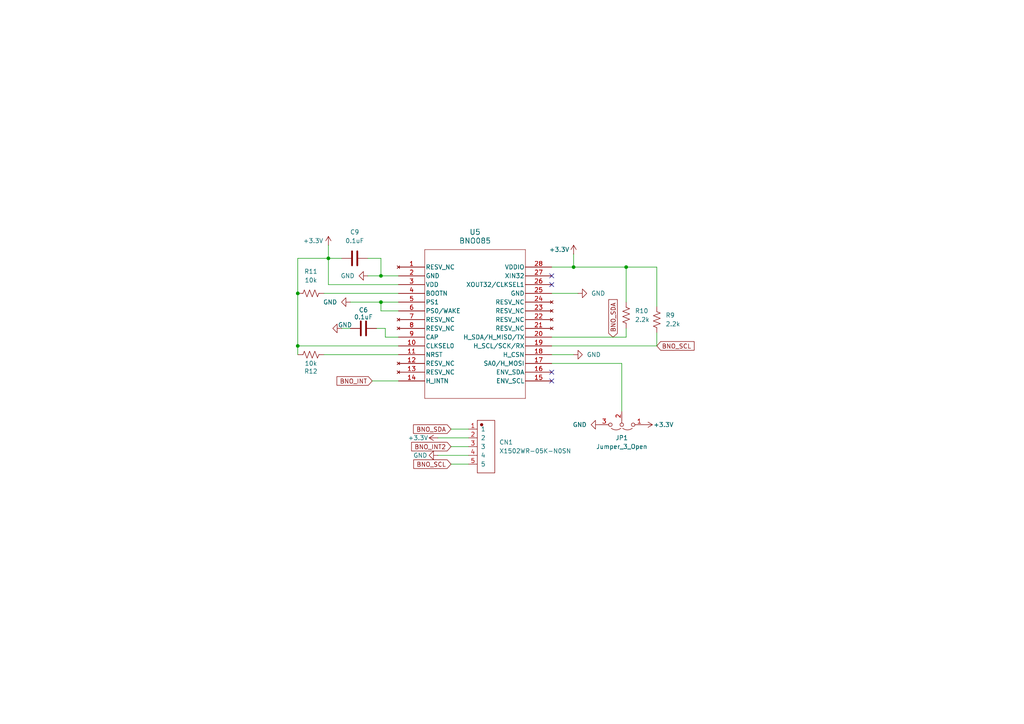
<source format=kicad_sch>
(kicad_sch (version 20231120) (generator "eeschema") (generator_version "8.0")
  (paper "A4")
  (lib_symbols
    (symbol "power:+3.3V" (power) (pin_numbers hide) (pin_names (offset 0) hide)
      (property "Value" "+3.3V" (at 0 3.556 0))
      (symbol "+3.3V_0_1"
        (polyline (pts (xy -0.762 1.27) (xy 0 2.54)))
        (polyline (pts (xy 0 0) (xy 0 2.54)))
        (polyline (pts (xy 0 2.54) (xy 0.762 1.27)))
      )
      (symbol "+3.3V_1_1"
        (pin power_in line (at 0 0 90) (length 0) (name "~") (number "1"))
      )
    )
    (symbol "power:GND" (power) (pin_numbers hide) (pin_names (offset 0) hide)
      (property "Value" "GND" (at 0 -3.81 0))
      (symbol "GND_0_1"
        (polyline (pts (xy 0 0) (xy 0 -1.27) (xy 1.27 -1.27) (xy 0 -2.54) (xy -1.27 -1.27) (xy 0 -1.27)))
      )
      (symbol "GND_1_1"
        (pin power_in line (at 0 0 270) (length 0) (name "~") (number "1"))
      )
    )
    (symbol "uSlime:BNO085" (pin_names (offset 0.254))
      (property "Reference" "U" (at 35.56 10.16 0))
      (property "Value" "BNO085" (at 35.56 7.62 0))
      (symbol "BNO085_0_1"
        (polyline (pts (xy 21.59 -38.1) (xy 50.8 -38.1)) (stroke (width 0.127)))
        (polyline (pts (xy 21.59 5.08) (xy 21.59 -38.1)) (stroke (width 0.127)))
        (polyline (pts (xy 50.8 -38.1) (xy 50.8 5.08)) (stroke (width 0.127)))
        (polyline (pts (xy 50.8 5.08) (xy 21.59 5.08)) (stroke (width 0.127)))
        (pin no_connect line (at 13.97 0 0) (length 7.62) (name "RESV_NC") (number "1"))
        (pin input line (at 13.97 -22.86 0) (length 7.62) (name "CLKSEL0") (number "10"))
        (pin input line (at 13.97 -25.4 0) (length 7.62) (name "NRST") (number "11"))
        (pin no_connect line (at 13.97 -27.94 0) (length 7.62) (name "RESV_NC") (number "12"))
        (pin no_connect line (at 13.97 -30.48 0) (length 7.62) (name "RESV_NC") (number "13"))
        (pin output line (at 13.97 -33.02 0) (length 7.62) (name "H_INTN") (number "14"))
        (pin bidirectional line (at 58.42 -33.02 180) (length 7.62) (name "ENV_SCL") (number "15"))
        (pin bidirectional line (at 58.42 -30.48 180) (length 7.62) (name "ENV_SDA") (number "16"))
        (pin input line (at 58.42 -27.94 180) (length 7.62) (name "SA0/H_MOSI") (number "17"))
        (pin input line (at 58.42 -25.4 180) (length 7.62) (name "H_CSN") (number "18"))
        (pin bidirectional line (at 58.42 -22.86 180) (length 7.62) (name "H_SCL/SCK/RX") (number "19"))
        (pin power_out line (at 13.97 -2.54 0) (length 7.62) (name "GND") (number "2"))
        (pin bidirectional line (at 58.42 -20.32 180) (length 7.62) (name "H_SDA/H_MISO/TX") (number "20"))
        (pin no_connect line (at 58.42 -17.78 180) (length 7.62) (name "RESV_NC") (number "21"))
        (pin no_connect line (at 58.42 -15.24 180) (length 7.62) (name "RESV_NC") (number "22"))
        (pin no_connect line (at 58.42 -12.7 180) (length 7.62) (name "RESV_NC") (number "23"))
        (pin no_connect line (at 58.42 -10.16 180) (length 7.62) (name "RESV_NC") (number "24"))
        (pin power_out line (at 58.42 -7.62 180) (length 7.62) (name "GND") (number "25"))
        (pin output line (at 58.42 -5.08 180) (length 7.62) (name "XOUT32/CLKSEL1") (number "26"))
        (pin input line (at 58.42 -2.54 180) (length 7.62) (name "XIN32") (number "27"))
        (pin power_in line (at 58.42 0 180) (length 7.62) (name "VDDIO") (number "28"))
        (pin power_in line (at 13.97 -5.08 0) (length 7.62) (name "VDD") (number "3"))
        (pin input line (at 13.97 -7.62 0) (length 7.62) (name "BOOTN") (number "4"))
        (pin input line (at 13.97 -10.16 0) (length 7.62) (name "PS1") (number "5"))
        (pin input line (at 13.97 -12.7 0) (length 7.62) (name "PS0/WAKE") (number "6"))
        (pin no_connect line (at 13.97 -15.24 0) (length 7.62) (name "RESV_NC") (number "7"))
        (pin no_connect line (at 13.97 -17.78 0) (length 7.62) (name "RESV_NC") (number "8"))
        (pin power_in line (at 13.97 -20.32 0) (length 7.62) (name "CAP") (number "9"))
      )
    )
    (symbol "uSlime:C" (pin_numbers hide) (pin_names (offset 0.254))
      (property "Reference" "C" (at 0.635 2.54 0))
      (property "Value" "C" (at 0.635 -2.54 0))
      (symbol "C_0_1"
        (polyline (pts (xy -2.032 -0.762) (xy 2.032 -0.762)) (stroke (width 0.508)))
        (polyline (pts (xy -2.032 0.762) (xy 2.032 0.762)) (stroke (width 0.508)))
      )
      (symbol "C_1_1"
        (pin passive line (at 0 3.81 270) (length 2.794) (name "~") (number "1"))
        (pin passive line (at 0 -3.81 90) (length 2.794) (name "~") (number "2"))
      )
    )
    (symbol "uSlime:Jumper_3_Open" (pin_names (offset 0) hide) (exclude_from_sim yes) (in_bom no)
      (property "Reference" "JP" (at -2.54 -2.54 0))
      (property "Value" "Jumper_3_Open" (at 0 2.794 0))
      (symbol "Jumper_3_Open_0_0"
        (circle (center -3.302 0) (radius 0.508))
        (circle (center 0 0) (radius 0.508))
        (circle (center 3.302 0) (radius 0.508))
      )
      (symbol "Jumper_3_Open_0_1"
        (arc (start -0.254 1.016) (mid -1.651 1.4992) (end -3.048 1.016))
        (polyline (pts (xy 0 -0.508) (xy 0 -1.27)))
        (arc (start 3.048 1.016) (mid 1.651 1.4992) (end 0.254 1.016))
      )
      (symbol "Jumper_3_Open_1_1"
        (pin passive line (at -6.35 0 0) (length 2.54) (name "A") (number "1"))
        (pin passive line (at 0 -3.81 90) (length 2.54) (name "C") (number "2"))
        (pin passive line (at 6.35 0 180) (length 2.54) (name "B") (number "3"))
      )
    )
    (symbol "uSlime:R_US" (pin_numbers hide) (pin_names (offset 0))
      (property "Reference" "R" (at 2.54 0 90))
      (property "Value" "R_US" (at -2.54 0 90))
      (symbol "R_US_0_1"
        (polyline (pts (xy 0 -2.286) (xy 0 -2.54)))
        (polyline (pts (xy 0 2.286) (xy 0 2.54)))
        (polyline (pts (xy 0 -0.762) (xy 1.016 -1.143) (xy 0 -1.524) (xy -1.016 -1.905) (xy 0 -2.286)))
        (polyline (pts (xy 0 0.762) (xy 1.016 0.381) (xy 0 0) (xy -1.016 -0.381) (xy 0 -0.762)))
        (polyline (pts (xy 0 2.286) (xy 1.016 1.905) (xy 0 1.524) (xy -1.016 1.143) (xy 0 0.762)))
      )
      (symbol "R_US_1_1"
        (pin passive line (at 0 3.81 270) (length 1.27) (name "~") (number "1"))
        (pin passive line (at 0 -3.81 90) (length 1.27) (name "~") (number "2"))
      )
    )
    (symbol "uSlime:X1502WR-05K-N0SN" (pin_names (offset 1.016))
      (property "Reference" "CN" (at 0 10.16 0))
      (property "Value" "X1502WR-05K-N0SN" (at 0 15.24 0))
      (symbol "X1502WR-05K-N0SN_1_1"
        (rectangle (start -2.54 7.62) (end 2.54 -7.62) (stroke (width 0.1524)))
        (circle (center -1.27 6.35) (radius 0.381) (stroke (width 0.1524)) (fill (type outline)))
        (pin input line (at -5.08 5.08 0) (length 2.54) (name "1") (number "1"))
        (pin input line (at -5.08 2.54 0) (length 2.54) (name "2") (number "2"))
        (pin input line (at -5.08 0 0) (length 2.54) (name "3") (number "3"))
        (pin input line (at -5.08 -2.54 0) (length 2.54) (name "4") (number "4"))
        (pin input line (at -5.08 -5.08 0) (length 2.54) (name "5") (number "5"))
      )
    )
  )
  (junction (at 95.25 74.93))
  (junction (at 86.36 85.09))
  (junction (at 181.61 77.47))
  (junction (at 110.49 87.63))
  (junction (at 110.49 80.01))
  (junction (at 166.37 77.47))
  (junction (at 86.36 100.33))
  (no_connect (at 160.02 82.55))
  (no_connect (at 160.02 110.49))
  (no_connect (at 160.02 80.01))
  (no_connect (at 160.02 107.95))
  (wire (pts (xy 86.36 85.09) (xy 86.36 100.33)))
  (wire (pts (xy 109.22 95.25) (xy 111.76 95.25)))
  (wire (pts (xy 127 132.08) (xy 135.89 132.08)))
  (wire (pts (xy 115.57 102.87) (xy 93.98 102.87)))
  (wire (pts (xy 160.02 102.87) (xy 166.37 102.87)))
  (wire (pts (xy 130.81 124.46) (xy 135.89 124.46)))
  (wire (pts (xy 107.95 110.49) (xy 115.57 110.49)))
  (wire (pts (xy 181.61 95.25) (xy 181.61 97.79)))
  (wire (pts (xy 86.36 100.33) (xy 115.57 100.33)))
  (wire (pts (xy 190.5 96.52) (xy 190.5 100.33)))
  (wire (pts (xy 127 127) (xy 135.89 127)))
  (wire (pts (xy 106.68 80.01) (xy 110.49 80.01)))
  (wire (pts (xy 167.64 85.09) (xy 160.02 85.09)))
  (wire (pts (xy 130.81 134.62) (xy 135.89 134.62)))
  (wire (pts (xy 190.5 100.33) (xy 160.02 100.33)))
  (wire (pts (xy 180.34 105.41) (xy 180.34 119.38)))
  (wire (pts (xy 110.49 87.63) (xy 115.57 87.63)))
  (wire (pts (xy 110.49 87.63) (xy 110.49 90.17)))
  (wire (pts (xy 111.76 95.25) (xy 111.76 97.79)))
  (wire (pts (xy 95.25 71.12) (xy 95.25 74.93)))
  (wire (pts (xy 111.76 97.79) (xy 115.57 97.79)))
  (wire (pts (xy 101.6 87.63) (xy 110.49 87.63)))
  (wire (pts (xy 110.49 74.93) (xy 110.49 80.01)))
  (wire (pts (xy 86.36 85.09) (xy 86.36 74.93)))
  (wire (pts (xy 160.02 97.79) (xy 181.61 97.79)))
  (wire (pts (xy 166.37 77.47) (xy 160.02 77.47)))
  (wire (pts (xy 181.61 87.63) (xy 181.61 77.47)))
  (wire (pts (xy 86.36 74.93) (xy 95.25 74.93)))
  (wire (pts (xy 130.81 129.54) (xy 135.89 129.54)))
  (wire (pts (xy 93.98 85.09) (xy 115.57 85.09)))
  (wire (pts (xy 166.37 73.66) (xy 166.37 77.47)))
  (wire (pts (xy 95.25 82.55) (xy 115.57 82.55)))
  (wire (pts (xy 95.25 74.93) (xy 99.06 74.93)))
  (wire (pts (xy 190.5 88.9) (xy 190.5 77.47)))
  (wire (pts (xy 106.68 74.93) (xy 110.49 74.93)))
  (wire (pts (xy 95.25 74.93) (xy 95.25 82.55)))
  (wire (pts (xy 99.06 95.25) (xy 101.6 95.25)))
  (wire (pts (xy 166.37 77.47) (xy 181.61 77.47)))
  (wire (pts (xy 86.36 100.33) (xy 86.36 102.87)))
  (wire (pts (xy 160.02 105.41) (xy 180.34 105.41)))
  (wire (pts (xy 190.5 77.47) (xy 181.61 77.47)))
  (wire (pts (xy 115.57 90.17) (xy 110.49 90.17)))
  (wire (pts (xy 110.49 80.01) (xy 115.57 80.01)))
  (global_label "BNO_SDA" (shape input) (at 130.81 124.46 180) (property "Intersheetrefs" "${INTERSHEET_REFS}" (effects (hide yes))))
  (global_label "BNO_INT2" (shape input) (at 130.81 129.54 180) (property "Intersheetrefs" "${INTERSHEET_REFS}" (effects (hide yes))))
  (global_label "BNO_SCL" (shape input) (at 190.5 100.33 0) (property "Intersheetrefs" "${INTERSHEET_REFS}" (effects (hide yes))))
  (global_label "BNO_SCL" (shape input) (at 130.81 134.62 180) (property "Intersheetrefs" "${INTERSHEET_REFS}" (effects (hide yes))))
  (global_label "BNO_INT" (shape input) (at 107.95 110.49 180) (property "Intersheetrefs" "${INTERSHEET_REFS}" (effects (hide yes))))
  (global_label "BNO_SDA" (shape input) (at 177.8 97.79 90) (property "Intersheetrefs" "${INTERSHEET_REFS}" (effects (hide yes))))
  (symbol (lib_id "uSlime:R_US") (at 90.17 102.87 270) (unit 1)
    (property "Reference" "R12" (at 90.17 107.696 90))
    (property "Value" "10k" (at 90.17 105.41 90))
    (property "Footprint" "Resistor_SMD:R_0402_1005Metric" (effects (hide yes)))
    (property "Description" "Resistor, US symbol" (effects (hide yes)))
  )
  (symbol (lib_id "power:GND") (at 99.06 95.25 270) (unit 1)
    (property "Reference" "#PWR018" (effects (hide yes)))
    (property "Value" "GND" (at 102.108 94.234 90) (effects (justify right)))
    (property "Description" "Power symbol creates a global label with name \"GND\" , ground" (effects (hide yes)))
  )
  (symbol (lib_id "uSlime:Jumper_3_Open") (at 180.34 123.19 180) (unit 1) (exclude_from_sim yes) (in_bom no)
    (property "Reference" "JP1" (at 180.34 127 0))
    (property "Value" "Jumper_3_Open" (at 180.34 129.54 0))
    (property "Footprint" "Jumper:SolderJumper-3_P1.3mm_Open_RoundedPad1.0x1.5mm" (effects (hide yes)))
    (property "Description" "Jumper, 3-pole, both open" (effects (hide yes)))
  )
  (symbol (lib_id "power:GND") (at 166.37 102.87 90) (unit 1)
    (property "Reference" "#PWR013" (effects (hide yes)))
    (property "Value" "GND" (at 170.18 102.8699 90) (effects (justify right)))
    (property "Description" "Power symbol creates a global label with name \"GND\" , ground" (effects (hide yes)))
  )
  (symbol (lib_id "uSlime:C") (at 105.41 95.25 90) (unit 1)
    (property "Reference" "C6" (at 105.41 89.916 90))
    (property "Value" "0.1uF" (at 105.41 91.948 90))
    (property "Footprint" "Capacitor_SMD:C_0402_1005Metric" (effects (hide yes)))
    (property "Description" "Unpolarized capacitor" (effects (hide yes)))
  )
  (symbol (lib_id "power:+3.3V") (at 127 127 90) (unit 1)
    (property "Reference" "#PWR021" (effects (hide yes)))
    (property "Value" "+3.3V" (at 124.206 127 90) (effects (justify left)))
    (property "Description" "Power symbol creates a global label with name \"+3.3V\"" (effects (hide yes)))
  )
  (symbol (lib_id "power:GND") (at 173.99 123.19 270) (unit 1)
    (property "Reference" "#PWR023" (effects (hide yes)))
    (property "Value" "GND" (at 170.18 123.1899 90) (effects (justify right)))
    (property "Description" "Power symbol creates a global label with name \"GND\" , ground" (effects (hide yes)))
  )
  (symbol (lib_id "power:GND") (at 167.64 85.09 90) (unit 1)
    (property "Reference" "#PWR09" (effects (hide yes)))
    (property "Value" "GND" (at 171.45 85.0899 90) (effects (justify right)))
    (property "Description" "Power symbol creates a global label with name \"GND\" , ground" (effects (hide yes)))
  )
  (symbol (lib_id "uSlime:R_US") (at 90.17 85.09 90) (unit 1)
    (property "Reference" "R11" (at 90.17 78.74 90))
    (property "Value" "10k" (at 90.17 81.28 90))
    (property "Footprint" "Resistor_SMD:R_0402_1005Metric" (effects (hide yes)))
    (property "Description" "Resistor, US symbol" (effects (hide yes)))
  )
  (symbol (lib_id "uSlime:R_US") (at 190.5 92.71 0) (unit 1)
    (property "Reference" "R9" (at 193.04 91.4399 0) (effects (justify left)))
    (property "Value" "2.2k" (at 193.04 93.9799 0) (effects (justify left)))
    (property "Footprint" "Resistor_SMD:R_0402_1005Metric" (effects (hide yes)))
    (property "Description" "Resistor, US symbol" (effects (hide yes)))
  )
  (symbol (lib_id "power:+3.3V") (at 95.25 71.12 0) (unit 1)
    (property "Reference" "#PWR010" (effects (hide yes)))
    (property "Value" "+3.3V" (at 87.884 69.85 0) (effects (justify left)))
    (property "Description" "Power symbol creates a global label with name \"+3.3V\"" (effects (hide yes)))
  )
  (symbol (lib_id "power:+3.3V") (at 166.37 73.66 0) (unit 1)
    (property "Reference" "#PWR014" (effects (hide yes)))
    (property "Value" "+3.3V" (at 159.258 72.39 0) (effects (justify left)))
    (property "Description" "Power symbol creates a global label with name \"+3.3V\"" (effects (hide yes)))
  )
  (symbol (lib_id "uSlime:R_US") (at 181.61 91.44 0) (unit 1)
    (property "Reference" "R10" (at 184.15 90.1699 0) (effects (justify left)))
    (property "Value" "2.2k" (at 184.15 92.7099 0) (effects (justify left)))
    (property "Footprint" "Resistor_SMD:R_0402_1005Metric" (effects (hide yes)))
    (property "Description" "Resistor, US symbol" (effects (hide yes)))
  )
  (symbol (lib_id "uSlime:BNO085") (at 101.6 77.47 0) (unit 1)
    (property "Reference" "U5" (at 137.795 67.31 0) (effects (font (size 1.524 1.524))))
    (property "Value" "BNO085" (at 137.795 69.85 0) (effects (font (size 1.524 1.524))))
    (property "Footprint" "uSlime-libs:BNO080" (effects (hide yes)))
    (property "Datasheet" "BNO085" (effects (hide yes)))
  )
  (symbol (lib_id "uSlime:X1502WR-05K-N0SN") (at 140.97 129.54 0) (unit 1)
    (property "Reference" "CN1" (at 144.78 128.2699 0) (effects (justify left)))
    (property "Value" "X1502WR-05K-N0SN" (at 144.78 130.8099 0) (effects (justify left)))
    (property "Footprint" "uSlime-libs:CONN-TH_5P-P1.50_X1502WR-05K-N0SN" (effects (hide yes)))
    (property "Datasheet" "http://www.szlcsc.com/product/details_587019.html" (effects (hide yes)))
    (property "Description" "C561537" (effects (hide yes)))
    (property "uuid" "std:268fd150cfff42dfa6c6c0b3cfd730b2" (effects (hide yes)))
  )
  (symbol (lib_id "power:+3.3V") (at 186.69 123.19 270) (unit 1)
    (property "Reference" "#PWR024" (effects (hide yes)))
    (property "Value" "+3.3V" (at 189.484 123.19 90) (effects (justify left)))
    (property "Description" "Power symbol creates a global label with name \"+3.3V\"" (effects (hide yes)))
  )
  (symbol (lib_id "power:GND") (at 106.68 80.01 270) (unit 1)
    (property "Reference" "#PWR08" (effects (hide yes)))
    (property "Value" "GND" (at 102.87 80.0099 90) (effects (justify right)))
    (property "Description" "Power symbol creates a global label with name \"GND\" , ground" (effects (hide yes)))
  )
  (symbol (lib_id "uSlime:C") (at 102.87 74.93 90) (unit 1)
    (property "Reference" "C9" (at 102.87 67.31 90))
    (property "Value" "0.1uF" (at 102.87 69.85 90))
    (property "Footprint" "Capacitor_SMD:C_0402_1005Metric" (effects (hide yes)))
    (property "Description" "Unpolarized capacitor" (effects (hide yes)))
  )
  (symbol (lib_id "power:GND") (at 127 132.08 270) (unit 1)
    (property "Reference" "#PWR01" (effects (hide yes)))
    (property "Value" "GND" (at 123.952 132.08 90) (effects (justify right)))
    (property "Description" "Power symbol creates a global label with name \"GND\" , ground" (effects (hide yes)))
  )
  (symbol (lib_id "power:GND") (at 101.6 87.63 270) (unit 1)
    (property "Reference" "#PWR015" (effects (hide yes)))
    (property "Value" "GND" (at 97.79 87.6299 90) (effects (justify right)))
    (property "Description" "Power symbol creates a global label with name \"GND\" , ground" (effects (hide yes)))
  )
)
</source>
